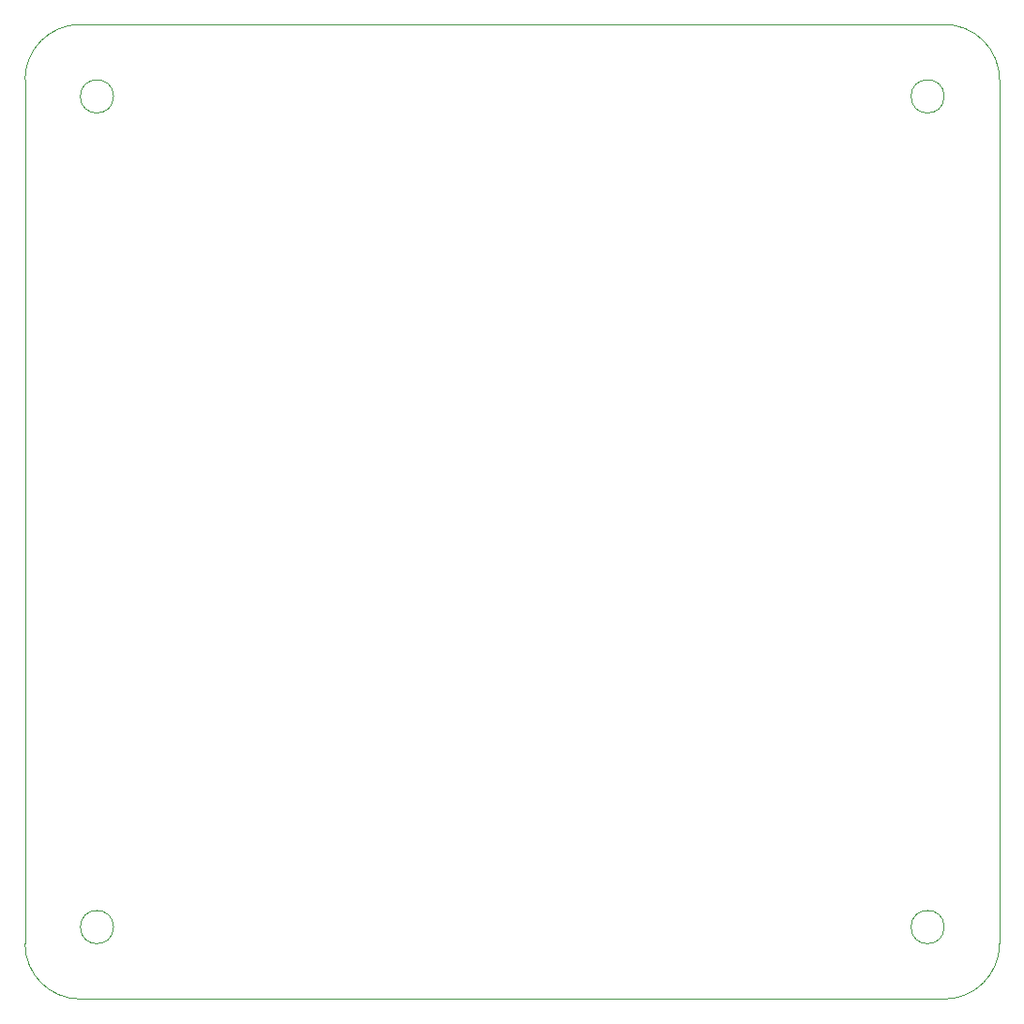
<source format=gbr>
G04 #@! TF.FileFunction,Profile,NP*
%FSLAX46Y46*%
G04 Gerber Fmt 4.6, Leading zero omitted, Abs format (unit mm)*
G04 Created by KiCad (PCBNEW 4.0.4-stable) date 03/01/18 20:45:57*
%MOMM*%
%LPD*%
G01*
G04 APERTURE LIST*
%ADD10C,0.100000*%
G04 APERTURE END LIST*
D10*
X241100000Y-180410000D02*
G75*
G03X241100000Y-180410000I-1500000J0D01*
G01*
X166100000Y-180410000D02*
G75*
G03X166100000Y-180410000I-1500000J0D01*
G01*
X166100000Y-105410000D02*
G75*
G03X166100000Y-105410000I-1500000J0D01*
G01*
X241100000Y-105410000D02*
G75*
G03X241100000Y-105410000I-1500000J0D01*
G01*
X158100000Y-181910000D02*
X158100000Y-103910000D01*
X158100000Y-103910000D02*
G75*
G02X163100000Y-98910000I5000000J0D01*
G01*
X163100000Y-98910000D02*
X241100000Y-98910000D01*
X241100001Y-98910000D02*
G75*
G02X246100000Y-103910000I-1J-5000000D01*
G01*
X246100000Y-103910000D02*
X246100000Y-181910000D01*
X246100000Y-181910001D02*
G75*
G02X241100000Y-186910000I-5000000J1D01*
G01*
X241100000Y-186910000D02*
X163100000Y-186910000D01*
X163100000Y-186910000D02*
G75*
G02X158100000Y-181910000I0J5000000D01*
G01*
M02*

</source>
